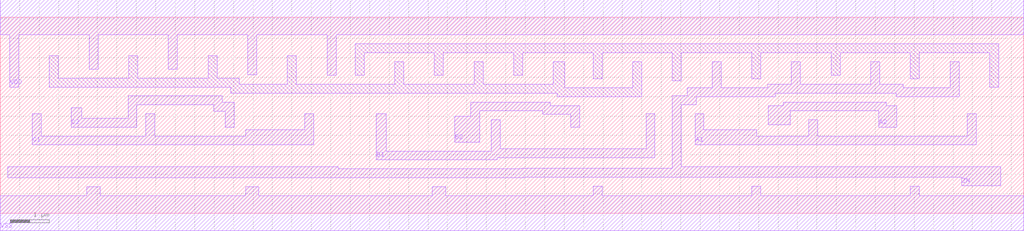
<source format=lef>
# Copyright 2022 GlobalFoundries PDK Authors
#
# Licensed under the Apache License, Version 2.0 (the "License");
# you may not use this file except in compliance with the License.
# You may obtain a copy of the License at
#
#      http://www.apache.org/licenses/LICENSE-2.0
#
# Unless required by applicable law or agreed to in writing, software
# distributed under the License is distributed on an "AS IS" BASIS,
# WITHOUT WARRANTIES OR CONDITIONS OF ANY KIND, either express or implied.
# See the License for the specific language governing permissions and
# limitations under the License.

MACRO gf180mcu_fd_sc_mcu9t5v0__aoi222_4
  CLASS core ;
  FOREIGN gf180mcu_fd_sc_mcu9t5v0__aoi222_4 0.0 0.0 ;
  ORIGIN 0 0 ;
  SYMMETRY X Y ;
  SITE GF018hv5v_green_sc9 ;
  SIZE 26.32 BY 5.04 ;
  PIN A1
    DIRECTION INPUT ;
    ANTENNAGATEAREA 6.828 ;
    PORT
      LAYER METAL1 ;
        POLYGON 17.865 1.755 25.095 1.755 25.095 2.555 24.865 2.555 24.865 1.985 21.015 1.985 21.015 2.4 20.785 2.4 20.785 1.985 19.45 1.985 19.45 2.15 18.095 2.15 18.095 2.555 17.865 2.555  ;
    END
  END A1
  PIN A2
    DIRECTION INPUT ;
    ANTENNAGATEAREA 6.828 ;
    PORT
      LAYER METAL1 ;
        POLYGON 19.75 2.27 20.32 2.27 20.32 2.63 22.595 2.63 22.595 2.215 23.055 2.215 23.055 2.77 22.78 2.77 22.78 2.86 20.135 2.86 20.135 2.77 19.75 2.77  ;
    END
  END A2
  PIN B1
    DIRECTION INPUT ;
    ANTENNAGATEAREA 6.828 ;
    PORT
      LAYER METAL1 ;
        POLYGON 9.67 1.37 12.775 1.37 12.775 1.425 16.835 1.425 16.835 2.555 16.605 2.555 16.605 1.655 12.855 1.655 12.855 2.4 12.625 2.4 12.625 1.6 9.93 1.6 9.93 2.555 9.67 2.555  ;
    END
  END B1
  PIN B2
    DIRECTION INPUT ;
    ANTENNAGATEAREA 6.828 ;
    PORT
      LAYER METAL1 ;
        POLYGON 11.69 1.83 12.33 1.83 12.33 2.63 13.955 2.63 13.955 2.54 14.665 2.54 14.665 2.215 14.895 2.215 14.895 2.77 14.14 2.77 14.14 2.86 12.1 2.86 12.1 2.5 11.69 2.5  ;
    END
  END B2
  PIN C1
    DIRECTION INPUT ;
    ANTENNAGATEAREA 6.828 ;
    PORT
      LAYER METAL1 ;
        POLYGON 0.825 1.755 8.055 1.755 8.055 2.555 7.825 2.555 7.825 2.15 6.31 2.15 6.31 1.985 3.975 1.985 3.975 2.555 3.745 2.555 3.745 1.985 1.055 1.985 1.055 2.555 0.825 2.555  ;
    END
  END C1
  PIN C2
    DIRECTION INPUT ;
    ANTENNAGATEAREA 6.828 ;
    PORT
      LAYER METAL1 ;
        POLYGON 1.83 2.215 3.515 2.215 3.515 2.785 5.49 2.785 5.49 2.625 5.785 2.625 5.785 2.215 6.015 2.215 6.015 2.855 5.71 2.855 5.71 3.015 3.285 3.015 3.285 2.445 2.09 2.445 2.09 2.71 1.83 2.71  ;
    END
  END C2
  PIN ZN
    DIRECTION OUTPUT ;
    ANTENNADIFFAREA 9.2844 ;
    PORT
      LAYER METAL1 ;
        POLYGON 0.19 0.91 13.49 0.91 13.49 0.925 24.73 0.925 24.73 0.71 25.73 0.71 25.73 1.195 17.515 1.195 17.515 2.785 17.895 2.785 17.895 3 19.925 3 19.925 3.09 23.035 3.09 23.035 3 24.655 3 24.655 3.9 24.425 3.9 24.425 3.23 23.22 3.23 23.22 3.32 22.615 3.32 22.615 3.9 22.385 3.9 22.385 3.32 20.575 3.32 20.575 3.9 20.345 3.9 20.345 3.32 19.74 3.32 19.74 3.23 18.535 3.23 18.535 3.9 18.305 3.9 18.305 3.23 17.665 3.23 17.665 3.015 17.285 3.015 17.285 1.155 13.405 1.155 13.405 1.14 8.69 1.14 8.69 1.195 0.19 1.195  ;
    END
  END ZN
  PIN VDD
    DIRECTION INOUT ;
    USE power ;
    SHAPE ABUTMENT ;
    PORT
      LAYER METAL1 ;
        POLYGON 0 4.59 0.245 4.59 0.245 3.245 0.475 3.245 0.475 4.59 2.285 4.59 2.285 3.705 2.515 3.705 2.515 4.59 4.325 4.59 4.325 3.705 4.555 3.705 4.555 4.59 6.365 4.59 6.365 3.56 6.595 3.56 6.595 4.59 8.405 4.59 8.405 3.545 8.635 3.545 8.635 4.59 25.675 4.59 26.32 4.59 26.32 5.49 25.675 5.49 0 5.49  ;
    END
  END VDD
  PIN VSS
    DIRECTION INOUT ;
    USE ground ;
    SHAPE ABUTMENT ;
    PORT
      LAYER METAL1 ;
        POLYGON 0 -0.45 26.32 -0.45 26.32 0.45 23.635 0.45 23.635 0.695 23.405 0.695 23.405 0.45 19.555 0.45 19.555 0.695 19.325 0.695 19.325 0.45 15.475 0.45 15.475 0.695 15.245 0.695 15.245 0.45 11.45 0.45 11.45 0.68 11.11 0.68 11.11 0.45 6.65 0.45 6.65 0.68 6.31 0.68 6.31 0.45 2.57 0.45 2.57 0.68 2.23 0.68 2.23 0.45 0 0.45  ;
    END
  END VSS
  OBS
      LAYER METAL1 ;
        POLYGON 1.265 3.245 5.93 3.245 5.93 3.085 9.455 3.085 9.455 3.09 14.325 3.09 14.325 3 16.495 3 16.495 3.9 16.265 3.9 16.265 3.23 14.51 3.23 14.51 3.9 14.225 3.9 14.225 3.32 12.415 3.32 12.415 3.9 12.185 3.9 12.185 3.32 10.375 3.32 10.375 3.9 10.145 3.9 10.145 3.32 9.405 3.32 9.405 3.315 7.615 3.315 7.615 4.055 7.385 4.055 7.385 3.315 6.15 3.315 6.15 3.475 5.575 3.475 5.575 4.055 5.345 4.055 5.345 3.475 3.535 3.475 3.535 4.055 3.305 4.055 3.305 3.475 1.495 3.475 1.495 4.055 1.265 4.055  ;
        POLYGON 9.125 3.545 9.355 3.545 9.355 4.13 11.165 4.13 11.165 3.55 11.395 3.55 11.395 4.13 13.205 4.13 13.205 3.55 13.435 3.55 13.435 4.13 15.245 4.13 15.245 3.46 15.475 3.46 15.475 4.13 17.285 4.13 17.285 3.405 17.515 3.405 17.515 4.13 19.325 4.13 19.325 3.46 19.555 3.46 19.555 4.13 21.365 4.13 21.365 3.55 21.595 3.55 21.595 4.13 23.405 4.13 23.405 3.46 23.635 3.46 23.635 4.13 25.445 4.13 25.445 3.245 25.675 3.245 25.675 4.36 9.125 4.36  ;
  END
END gf180mcu_fd_sc_mcu9t5v0__aoi222_4

</source>
